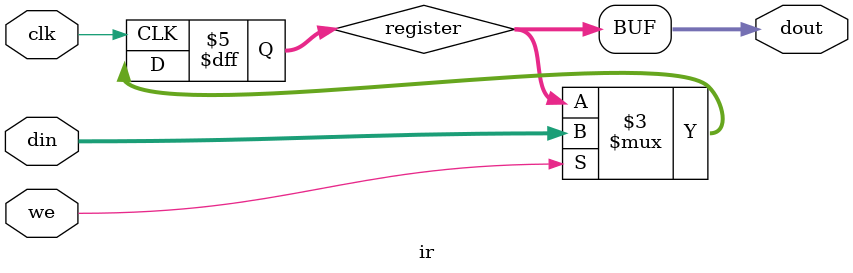
<source format=v>
module ir ( clk, we, din, dout ) ;
  input         clk  ;
  input         we   ;
  input  [31:0] din  ;
  output [31:0] dout ;
  
  reg [31:0] register ;
  
  always @(posedge clk)
  begin
    if (we)
      register = din ;
  end
  
  assign dout = register ;
  
endmodule
</source>
